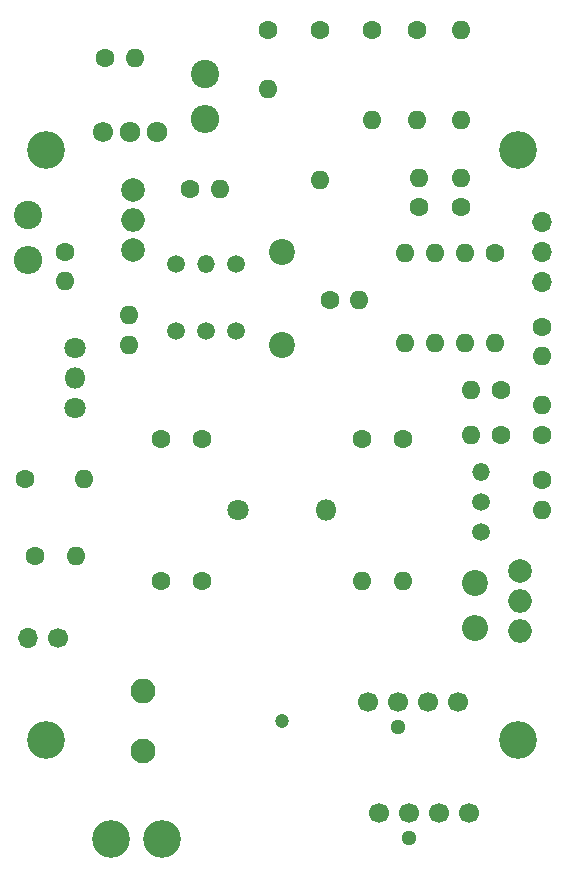
<source format=gbr>
%TF.GenerationSoftware,KiCad,Pcbnew,(6.0.11)*%
%TF.CreationDate,2024-12-16T16:40:19+01:00*%
%TF.ProjectId,Solfacon,536f6c66-6163-46f6-9e2e-6b696361645f,rev?*%
%TF.SameCoordinates,Original*%
%TF.FileFunction,Soldermask,Bot*%
%TF.FilePolarity,Negative*%
%FSLAX46Y46*%
G04 Gerber Fmt 4.6, Leading zero omitted, Abs format (unit mm)*
G04 Created by KiCad (PCBNEW (6.0.11)) date 2024-12-16 16:40:19*
%MOMM*%
%LPD*%
G01*
G04 APERTURE LIST*
%ADD10C,1.600000*%
%ADD11O,1.600000X1.600000*%
%ADD12C,2.200000*%
%ADD13O,2.200000X2.200000*%
%ADD14C,2.000000*%
%ADD15O,2.000000X2.000000*%
%ADD16O,1.800000X1.800000*%
%ADD17C,1.717500*%
%ADD18O,1.717500X1.800000*%
%ADD19O,1.700000X1.700000*%
%ADD20C,3.200000*%
%ADD21C,1.500000*%
%ADD22C,1.295400*%
%ADD23C,1.700000*%
%ADD24C,2.400000*%
%ADD25O,2.400000X2.400000*%
%ADD26C,1.200000*%
%ADD27O,1.500000X1.500000*%
%ADD28O,2.100000X2.100000*%
%ADD29C,2.100000*%
%ADD30O,3.200000X3.200000*%
%ADD31C,1.800000*%
G04 APERTURE END LIST*
D10*
%TO.C,C12*%
X65570000Y-46500000D03*
D11*
X65570000Y-44000000D03*
%TD*%
D10*
%TO.C,R3*%
X61629686Y-31480340D03*
D11*
X61629686Y-39100340D03*
%TD*%
D12*
%TO.C,D5*%
X70350204Y-78330131D03*
D13*
X70350204Y-82140131D03*
%TD*%
D10*
%TO.C,C11*%
X69106870Y-46500000D03*
D11*
X69106870Y-44000000D03*
%TD*%
D10*
%TO.C,C4*%
X35582982Y-50280987D03*
D11*
X35582982Y-52780987D03*
%TD*%
D14*
%TO.C,LDO1*%
X41376883Y-50093309D03*
D15*
X41376883Y-47553309D03*
D14*
X41376883Y-45013309D03*
%TD*%
D16*
%TO.C,*%
X57738286Y-72140131D03*
%TD*%
D17*
%TO.C,Q1*%
X38833075Y-40120000D03*
D18*
X41123075Y-40120000D03*
X43413075Y-40120000D03*
%TD*%
D10*
%TO.C,*%
X43738286Y-78140131D03*
%TD*%
%TO.C,C5*%
X39029794Y-33847238D03*
D11*
X41529794Y-33847238D03*
%TD*%
D19*
%TO.C,RV1*%
X75988286Y-52873106D03*
X75988286Y-50333106D03*
X75988286Y-47793106D03*
%TD*%
D14*
%TO.C,Q4*%
X74104517Y-77304451D03*
D15*
X74104517Y-79844451D03*
X74104517Y-82384451D03*
%TD*%
D20*
%TO.C,REF\u002A\u002A*%
X33988286Y-41640131D03*
%TD*%
D10*
%TO.C,R5*%
X72528286Y-65803750D03*
D11*
X69988286Y-65803750D03*
%TD*%
D10*
%TO.C,C6*%
X52784722Y-31480340D03*
D11*
X52784722Y-36480340D03*
%TD*%
D21*
%TO.C,Q2*%
X50080000Y-57000000D03*
X47540000Y-57000000D03*
X45000000Y-57000000D03*
%TD*%
D22*
%TO.C,FAN2*%
X64730000Y-99954404D03*
D23*
X69810000Y-97794404D03*
X67270000Y-97794404D03*
X64730000Y-97794404D03*
X62190000Y-97794404D03*
%TD*%
D10*
%TO.C,*%
X43738286Y-66140131D03*
%TD*%
%TO.C,C1*%
X33028792Y-76000000D03*
D11*
X36528792Y-76000000D03*
%TD*%
D10*
%TO.C,C8*%
X47238286Y-78140131D03*
D11*
X60738286Y-78140131D03*
%TD*%
D20*
%TO.C,REF\u002A\u002A*%
X73988286Y-41640131D03*
%TD*%
D11*
%TO.C,R1*%
X41000000Y-58144515D03*
X41000000Y-55604515D03*
%TD*%
%TO.C,C10*%
X75988286Y-59140131D03*
D10*
X75988286Y-56640131D03*
%TD*%
%TO.C,C3*%
X46186198Y-45000000D03*
D11*
X48686198Y-45000000D03*
%TD*%
D12*
%TO.C,D4*%
X53988286Y-58140131D03*
X53988286Y-50340131D03*
%TD*%
D10*
%TO.C,R7*%
X75988286Y-69603750D03*
D11*
X75988286Y-72143750D03*
%TD*%
D20*
%TO.C,REF\u002A\u002A*%
X73988286Y-91640131D03*
%TD*%
D24*
%TO.C,D2*%
X47436847Y-35190000D03*
D25*
X47436847Y-39000000D03*
%TD*%
D26*
%TO.C, *%
X54000000Y-90000000D03*
%TD*%
D10*
%TO.C,*%
X64238286Y-66140131D03*
%TD*%
%TO.C,C2*%
X32226954Y-69479913D03*
D11*
X37226954Y-69479913D03*
%TD*%
D10*
%TO.C,R8*%
X65370112Y-31480340D03*
D11*
X65370112Y-39100340D03*
%TD*%
D27*
%TO.C,Q3*%
X70836340Y-68920000D03*
D21*
X70836340Y-71460000D03*
X70836340Y-74000000D03*
%TD*%
D10*
%TO.C,C7*%
X47238286Y-66140131D03*
X60738286Y-66140131D03*
%TD*%
D20*
%TO.C,REF\u002A\u002A*%
X33988286Y-91640131D03*
%TD*%
D11*
%TO.C,*%
X64238286Y-78140131D03*
%TD*%
%TO.C,R9*%
X69106870Y-31480340D03*
X69106870Y-39100340D03*
%TD*%
D21*
%TO.C,LDO2*%
X50080000Y-51293212D03*
D27*
X47540000Y-51293212D03*
D21*
X45000000Y-51293212D03*
%TD*%
D28*
%TO.C,POWER1*%
X42228468Y-87508401D03*
D29*
X42228468Y-92508401D03*
%TD*%
D23*
%TO.C,S1*%
X35000000Y-83000000D03*
D19*
X32460000Y-83000000D03*
%TD*%
D10*
%TO.C,R6*%
X75988286Y-65803750D03*
D11*
X75988286Y-63263750D03*
%TD*%
D20*
%TO.C,D1*%
X39519158Y-100010338D03*
D30*
X43819158Y-100010338D03*
%TD*%
D22*
%TO.C,FAN1*%
X63800071Y-90535700D03*
D23*
X68880071Y-88375700D03*
X66340071Y-88375700D03*
X63800071Y-88375700D03*
X61260071Y-88375700D03*
%TD*%
D10*
%TO.C,R4*%
X72528286Y-62003750D03*
D11*
X69988286Y-62003750D03*
%TD*%
D31*
%TO.C,SR1*%
X36426012Y-63540000D03*
D16*
X36426012Y-61000000D03*
D31*
X36426012Y-58460000D03*
%TD*%
D11*
%TO.C,C9*%
X60500000Y-54320131D03*
D10*
X58000000Y-54320131D03*
%TD*%
%TO.C,U1*%
X71988286Y-50380000D03*
D11*
X69448286Y-50380000D03*
X66908286Y-50380000D03*
X64368286Y-50380000D03*
X64368286Y-58000000D03*
X66908286Y-58000000D03*
X69448286Y-58000000D03*
X71988286Y-58000000D03*
%TD*%
D10*
%TO.C,R2*%
X57206598Y-31480340D03*
D11*
X57206598Y-44180340D03*
%TD*%
D24*
%TO.C,D3*%
X32440301Y-47187871D03*
D25*
X32440301Y-50997871D03*
%TD*%
D31*
%TO.C,*%
X50238286Y-72140131D03*
%TD*%
M02*

</source>
